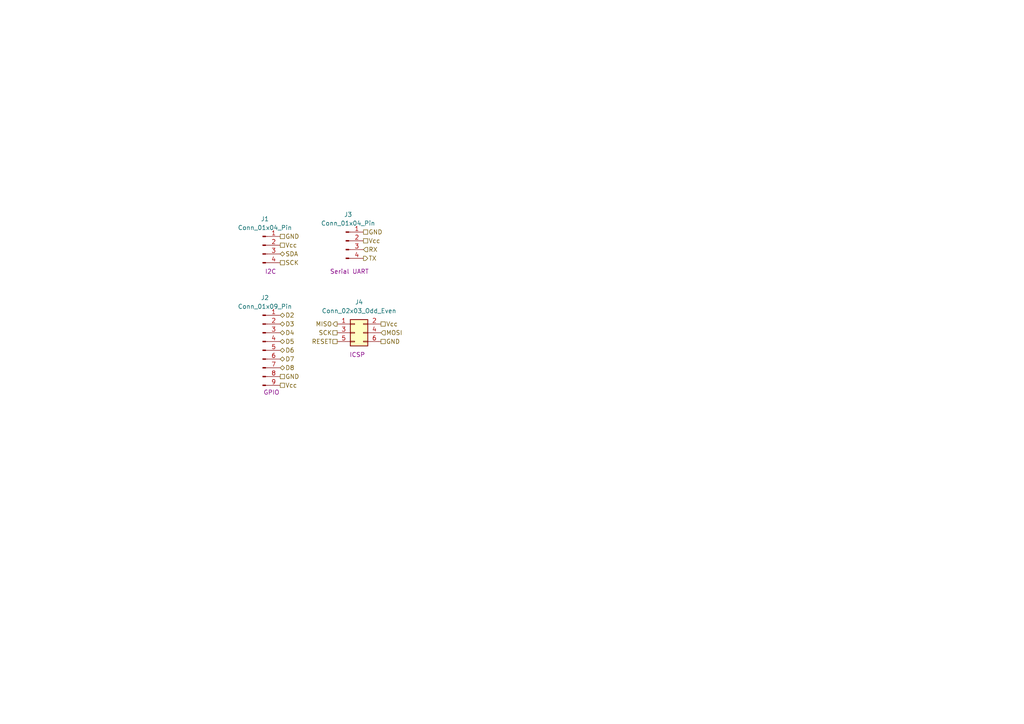
<source format=kicad_sch>
(kicad_sch (version 20250114) (generator "eeschema") (generator_version "9.0")
  (paper "A4")
  (lib_symbols
    (symbol "Conn_01x04_Pin_1" (pin_names (offset 1.016) (hide yes))
      (property "Reference" "J" (at 0 5.08 0))
      (property "Value" "Conn_01x04_Pin" (at 0 -7.62 0))
      (symbol "Conn_01x04_Pin_1_1_1"
        (rectangle (start 0.8636 2.667) (end 0 2.413) (stroke (width 0.1524)) (fill (type outline)))
        (rectangle (start 0.8636 0.127) (end 0 -0.127) (stroke (width 0.1524)) (fill (type outline)))
        (rectangle (start 0.8636 -2.413) (end 0 -2.667) (stroke (width 0.1524)) (fill (type outline)))
        (rectangle (start 0.8636 -4.953) (end 0 -5.207) (stroke (width 0.1524)) (fill (type outline)))
        (polyline (pts (xy 1.27 2.54) (xy 0.8636 2.54)) (stroke (width 0.1524)))
        (polyline (pts (xy 1.27 0) (xy 0.8636 0)) (stroke (width 0.1524)))
        (polyline (pts (xy 1.27 -2.54) (xy 0.8636 -2.54)) (stroke (width 0.1524)))
        (polyline (pts (xy 1.27 -5.08) (xy 0.8636 -5.08)) (stroke (width 0.1524)))
        (pin passive line (at 5.08 2.54 180) (length 3.81) (name "Pin_1") (number "1"))
        (pin passive line (at 5.08 0 180) (length 3.81) (name "Pin_2") (number "2"))
        (pin passive line (at 5.08 -2.54 180) (length 3.81) (name "Pin_3") (number "3"))
        (pin passive line (at 5.08 -5.08 180) (length 3.81) (name "Pin_4") (number "4"))
      )
    )
    (symbol "Connector:Conn_01x04_Pin" (pin_names (offset 1.016) (hide yes))
      (property "Reference" "J" (at 0 5.08 0))
      (property "Value" "Conn_01x04_Pin" (at 0 -7.62 0))
      (symbol "Conn_01x04_Pin_1_1"
        (rectangle (start 0.8636 2.667) (end 0 2.413) (stroke (width 0.1524)) (fill (type outline)))
        (rectangle (start 0.8636 0.127) (end 0 -0.127) (stroke (width 0.1524)) (fill (type outline)))
        (rectangle (start 0.8636 -2.413) (end 0 -2.667) (stroke (width 0.1524)) (fill (type outline)))
        (rectangle (start 0.8636 -4.953) (end 0 -5.207) (stroke (width 0.1524)) (fill (type outline)))
        (polyline (pts (xy 1.27 2.54) (xy 0.8636 2.54)) (stroke (width 0.1524)))
        (polyline (pts (xy 1.27 0) (xy 0.8636 0)) (stroke (width 0.1524)))
        (polyline (pts (xy 1.27 -2.54) (xy 0.8636 -2.54)) (stroke (width 0.1524)))
        (polyline (pts (xy 1.27 -5.08) (xy 0.8636 -5.08)) (stroke (width 0.1524)))
        (pin passive line (at 5.08 2.54 180) (length 3.81) (name "Pin_1") (number "1"))
        (pin passive line (at 5.08 0 180) (length 3.81) (name "Pin_2") (number "2"))
        (pin passive line (at 5.08 -2.54 180) (length 3.81) (name "Pin_3") (number "3"))
        (pin passive line (at 5.08 -5.08 180) (length 3.81) (name "Pin_4") (number "4"))
      )
    )
    (symbol "Connector:Conn_01x09_Pin" (pin_names (offset 1.016) (hide yes))
      (property "Reference" "J" (at 0 12.7 0))
      (property "Value" "Conn_01x09_Pin" (at 0 -12.7 0))
      (symbol "Conn_01x09_Pin_1_1"
        (rectangle (start 0.8636 10.287) (end 0 10.033) (stroke (width 0.1524)) (fill (type outline)))
        (rectangle (start 0.8636 7.747) (end 0 7.493) (stroke (width 0.1524)) (fill (type outline)))
        (rectangle (start 0.8636 5.207) (end 0 4.953) (stroke (width 0.1524)) (fill (type outline)))
        (rectangle (start 0.8636 2.667) (end 0 2.413) (stroke (width 0.1524)) (fill (type outline)))
        (rectangle (start 0.8636 0.127) (end 0 -0.127) (stroke (width 0.1524)) (fill (type outline)))
        (rectangle (start 0.8636 -2.413) (end 0 -2.667) (stroke (width 0.1524)) (fill (type outline)))
        (rectangle (start 0.8636 -4.953) (end 0 -5.207) (stroke (width 0.1524)) (fill (type outline)))
        (rectangle (start 0.8636 -7.493) (end 0 -7.747) (stroke (width 0.1524)) (fill (type outline)))
        (rectangle (start 0.8636 -10.033) (end 0 -10.287) (stroke (width 0.1524)) (fill (type outline)))
        (polyline (pts (xy 1.27 10.16) (xy 0.8636 10.16)) (stroke (width 0.1524)))
        (polyline (pts (xy 1.27 7.62) (xy 0.8636 7.62)) (stroke (width 0.1524)))
        (polyline (pts (xy 1.27 5.08) (xy 0.8636 5.08)) (stroke (width 0.1524)))
        (polyline (pts (xy 1.27 2.54) (xy 0.8636 2.54)) (stroke (width 0.1524)))
        (polyline (pts (xy 1.27 0) (xy 0.8636 0)) (stroke (width 0.1524)))
        (polyline (pts (xy 1.27 -2.54) (xy 0.8636 -2.54)) (stroke (width 0.1524)))
        (polyline (pts (xy 1.27 -5.08) (xy 0.8636 -5.08)) (stroke (width 0.1524)))
        (polyline (pts (xy 1.27 -7.62) (xy 0.8636 -7.62)) (stroke (width 0.1524)))
        (polyline (pts (xy 1.27 -10.16) (xy 0.8636 -10.16)) (stroke (width 0.1524)))
        (pin passive line (at 5.08 10.16 180) (length 3.81) (name "Pin_1") (number "1"))
        (pin passive line (at 5.08 7.62 180) (length 3.81) (name "Pin_2") (number "2"))
        (pin passive line (at 5.08 5.08 180) (length 3.81) (name "Pin_3") (number "3"))
        (pin passive line (at 5.08 2.54 180) (length 3.81) (name "Pin_4") (number "4"))
        (pin passive line (at 5.08 0 180) (length 3.81) (name "Pin_5") (number "5"))
        (pin passive line (at 5.08 -2.54 180) (length 3.81) (name "Pin_6") (number "6"))
        (pin passive line (at 5.08 -5.08 180) (length 3.81) (name "Pin_7") (number "7"))
        (pin passive line (at 5.08 -7.62 180) (length 3.81) (name "Pin_8") (number "8"))
        (pin passive line (at 5.08 -10.16 180) (length 3.81) (name "Pin_9") (number "9"))
      )
    )
    (symbol "Connector_Generic:Conn_02x03_Odd_Even" (pin_names (offset 1.016) (hide yes))
      (property "Reference" "J" (at 1.27 5.08 0))
      (property "Value" "Conn_02x03_Odd_Even" (at 1.27 -5.08 0))
      (symbol "Conn_02x03_Odd_Even_1_1"
        (rectangle (start -1.27 3.81) (end 3.81 -3.81) (stroke (width 0.254)) (fill (type background)))
        (rectangle (start -1.27 2.667) (end 0 2.413) (stroke (width 0.1524)))
        (rectangle (start -1.27 0.127) (end 0 -0.127) (stroke (width 0.1524)))
        (rectangle (start -1.27 -2.413) (end 0 -2.667) (stroke (width 0.1524)))
        (rectangle (start 3.81 2.667) (end 2.54 2.413) (stroke (width 0.1524)))
        (rectangle (start 3.81 0.127) (end 2.54 -0.127) (stroke (width 0.1524)))
        (rectangle (start 3.81 -2.413) (end 2.54 -2.667) (stroke (width 0.1524)))
        (pin passive line (at -5.08 2.54 0) (length 3.81) (name "Pin_1") (number "1"))
        (pin passive line (at -5.08 0 0) (length 3.81) (name "Pin_3") (number "3"))
        (pin passive line (at -5.08 -2.54 0) (length 3.81) (name "Pin_5") (number "5"))
        (pin passive line (at 7.62 2.54 180) (length 3.81) (name "Pin_2") (number "2"))
        (pin passive line (at 7.62 0 180) (length 3.81) (name "Pin_4") (number "4"))
        (pin passive line (at 7.62 -2.54 180) (length 3.81) (name "Pin_6") (number "6"))
      )
    )
  )
  (hierarchical_label "D8" (shape bidirectional) (at 81.28 106.68 0))
  (hierarchical_label "D2" (shape bidirectional) (at 81.28 91.44 0))
  (hierarchical_label "TX" (shape output) (at 105.41 74.93 0))
  (hierarchical_label "MOSI" (shape input) (at 110.49 96.52 0))
  (hierarchical_label "Vcc" (shape passive) (at 110.49 93.98 0))
  (hierarchical_label "GND" (shape passive) (at 105.41 67.31 0))
  (hierarchical_label "GND" (shape passive) (at 81.28 68.58 0))
  (hierarchical_label "D6" (shape bidirectional) (at 81.28 101.6 0))
  (hierarchical_label "SCK" (shape passive) (at 81.28 76.2 0))
  (hierarchical_label "SCK" (shape passive) (at 97.79 96.52 180))
  (hierarchical_label "D7" (shape bidirectional) (at 81.28 104.14 0))
  (hierarchical_label "D3" (shape bidirectional) (at 81.28 93.98 0))
  (hierarchical_label "D5" (shape bidirectional) (at 81.28 99.06 0))
  (hierarchical_label "Vcc" (shape passive) (at 81.28 71.12 0))
  (hierarchical_label "Vcc" (shape passive) (at 81.28 111.76 0))
  (hierarchical_label "RX" (shape input) (at 105.41 72.39 0))
  (hierarchical_label "GND" (shape passive) (at 81.28 109.22 0))
  (hierarchical_label "D4" (shape bidirectional) (at 81.28 96.52 0))
  (hierarchical_label "GND" (shape passive) (at 110.49 99.06 0))
  (hierarchical_label "SDA" (shape bidirectional) (at 81.28 73.66 0))
  (hierarchical_label "MISO" (shape output) (at 97.79 93.98 180))
  (hierarchical_label "RESET" (shape passive) (at 97.79 99.06 180))
  (hierarchical_label "Vcc" (shape passive) (at 105.41 69.85 0))
  (symbol (lib_id "Connector:Conn_01x04_Pin") (at 100.33 69.85 0) (unit 1)
    (property "Reference" "J3" (at 100.965 62.23 0))
    (property "Value" "Conn_01x04_Pin" (at 100.965 64.77 0))
    (property "Footprint" "Connector_PinHeader_2.54mm:PinHeader_1x04_P2.54mm_Vertical" (effects (hide yes)))
    (property "Description" "Generic connector, single row, 01x04, script generated" (effects (hide yes)))
    (property "Purpose" "Serial UART" (at 101.346 78.74 0))
  )
  (symbol (lib_id "Connector_Generic:Conn_02x03_Odd_Even") (at 102.87 96.52 0) (unit 1)
    (property "Reference" "J4" (at 104.14 87.63 0))
    (property "Value" "Conn_02x03_Odd_Even" (at 104.14 90.17 0))
    (property "Footprint" "Connector_PinHeader_2.54mm:PinHeader_2x03_P2.54mm_Vertical" (effects (hide yes)))
    (property "Description" "Generic connector, double row, 02x03, odd/even pin numbering scheme (row 1 odd numbers, row 2 even numbers), script generated (kicad-library-utils/schlib/autogen/connector/)" (effects (hide yes)))
    (property "Purpose" "ICSP" (at 103.632 102.87 0))
  )
  (symbol (lib_name "Conn_01x04_Pin_1") (lib_id "Connector:Conn_01x04_Pin") (at 76.2 71.12 0) (unit 1)
    (property "Reference" "J1" (at 76.835 63.5 0))
    (property "Value" "Conn_01x04_Pin" (at 76.835 66.04 0))
    (property "Footprint" "Connector_PinHeader_2.54mm:PinHeader_1x04_P2.54mm_Vertical" (effects (hide yes)))
    (property "Description" "Generic connector, single row, 01x04, script generated" (effects (hide yes)))
    (property "Purpose" "I2C" (at 78.486 78.74 0))
  )
  (symbol (lib_id "Connector:Conn_01x09_Pin") (at 76.2 101.6 0) (unit 1)
    (property "Reference" "J2" (at 76.835 86.36 0))
    (property "Value" "Conn_01x09_Pin" (at 76.835 88.9 0))
    (property "Footprint" "Connector_PinHeader_2.54mm:PinHeader_1x09_P2.54mm_Vertical" (effects (hide yes)))
    (property "Description" "Generic connector, single row, 01x09, script generated" (effects (hide yes)))
    (property "Purpose" "GPIO" (at 78.74 113.792 0))
  )
)
</source>
